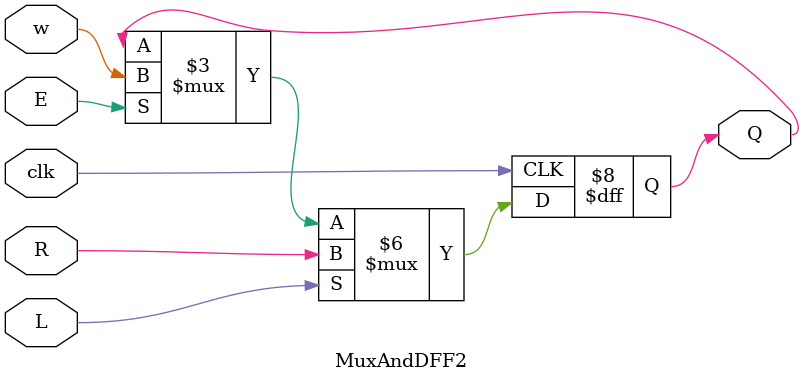
<source format=v>


module MuxAndDFF2
(
  input clk,
  input w,
  input R,
  input E,
  input L,
  output Q
);


  always @(posedge clk) begin
    if(L) Q <= R; 
    else begin
      if(E) Q <= w; 
      else Q <= Q;
    end
  end


endmodule


</source>
